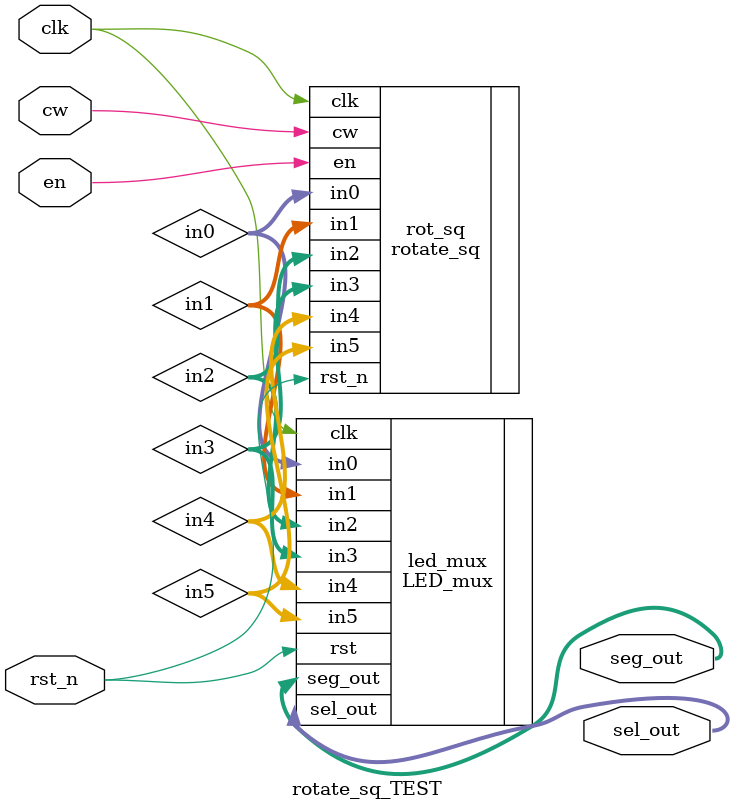
<source format=v>
`timescale 1ns / 1ps

module rotate_sq_TEST(
	input clk,rst_n,
	input cw,en,
	output [7:0] seg_out,
	output [5:0] sel_out
    );
	 wire[7:0] in0,in1,in2,in3,in4,in5;
	 
	 rotate_sq rot_sq(
	 .clk(clk),
	 .rst_n(rst_n),
	 .cw(cw),
	 .en(en),
	 .in0(in0),
	 .in1(in1),
	 .in2(in2),
	 .in3(in3),
	 .in4(in4),
	 .in5(in5) 
    );
	 LED_mux led_mux(
	.clk(clk),
	.rst(rst_n),
	.in0(in0),
	.in1(in1),
	.in2(in2),
	.in3(in3),
	.in4(in4),
	.in5(in5),
	.seg_out(seg_out),
	.sel_out(sel_out)
    );


endmodule

</source>
